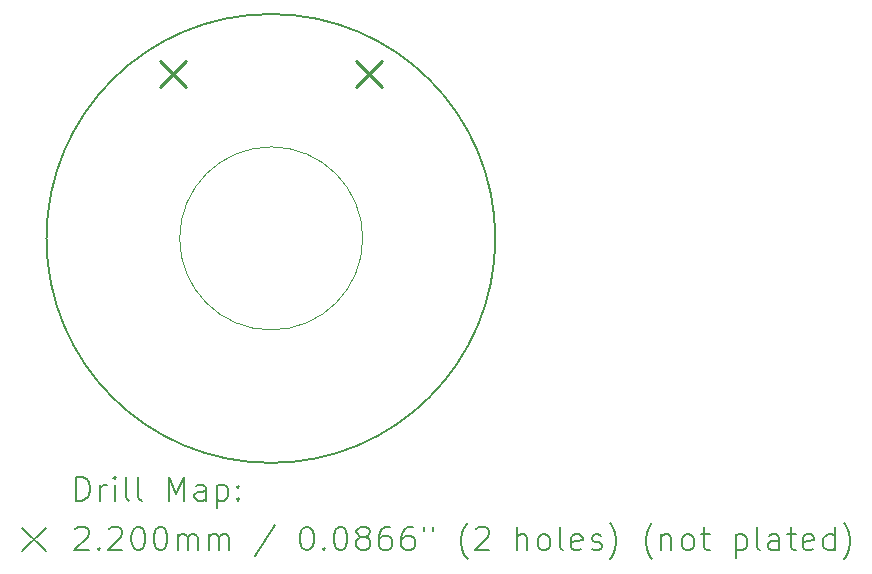
<source format=gbr>
%TF.GenerationSoftware,KiCad,Pcbnew,7.0.8-7.0.8~ubuntu22.04.1*%
%TF.CreationDate,2023-10-26T21:40:47+02:00*%
%TF.ProjectId,LightPipe_PCB,4c696768-7450-4697-9065-5f5043422e6b,v0.1.2*%
%TF.SameCoordinates,Original*%
%TF.FileFunction,Drillmap*%
%TF.FilePolarity,Positive*%
%FSLAX45Y45*%
G04 Gerber Fmt 4.5, Leading zero omitted, Abs format (unit mm)*
G04 Created by KiCad (PCBNEW 7.0.8-7.0.8~ubuntu22.04.1) date 2023-10-26 21:40:47*
%MOMM*%
%LPD*%
G01*
G04 APERTURE LIST*
%ADD10C,0.100000*%
%ADD11C,0.150000*%
%ADD12C,0.200000*%
%ADD13C,0.220000*%
G04 APERTURE END LIST*
D10*
X13475000Y-9000000D02*
G75*
G03*
X13475000Y-9000000I-775000J0D01*
G01*
D11*
X14597410Y-9000457D02*
G75*
G03*
X14597410Y-9000457I-1900000J0D01*
G01*
D12*
D13*
X11760000Y-7500000D02*
X11980000Y-7720000D01*
X11980000Y-7500000D02*
X11760000Y-7720000D01*
X13420000Y-7500000D02*
X13640000Y-7720000D01*
X13640000Y-7500000D02*
X13420000Y-7720000D01*
D12*
X11050687Y-11219440D02*
X11050687Y-11019441D01*
X11050687Y-11019441D02*
X11098306Y-11019441D01*
X11098306Y-11019441D02*
X11126877Y-11028964D01*
X11126877Y-11028964D02*
X11145925Y-11048012D01*
X11145925Y-11048012D02*
X11155449Y-11067060D01*
X11155449Y-11067060D02*
X11164973Y-11105155D01*
X11164973Y-11105155D02*
X11164973Y-11133726D01*
X11164973Y-11133726D02*
X11155449Y-11171821D01*
X11155449Y-11171821D02*
X11145925Y-11190869D01*
X11145925Y-11190869D02*
X11126877Y-11209917D01*
X11126877Y-11209917D02*
X11098306Y-11219440D01*
X11098306Y-11219440D02*
X11050687Y-11219440D01*
X11250687Y-11219440D02*
X11250687Y-11086107D01*
X11250687Y-11124202D02*
X11260211Y-11105155D01*
X11260211Y-11105155D02*
X11269734Y-11095631D01*
X11269734Y-11095631D02*
X11288782Y-11086107D01*
X11288782Y-11086107D02*
X11307830Y-11086107D01*
X11374496Y-11219440D02*
X11374496Y-11086107D01*
X11374496Y-11019441D02*
X11364973Y-11028964D01*
X11364973Y-11028964D02*
X11374496Y-11038488D01*
X11374496Y-11038488D02*
X11384020Y-11028964D01*
X11384020Y-11028964D02*
X11374496Y-11019441D01*
X11374496Y-11019441D02*
X11374496Y-11038488D01*
X11498306Y-11219440D02*
X11479258Y-11209917D01*
X11479258Y-11209917D02*
X11469734Y-11190869D01*
X11469734Y-11190869D02*
X11469734Y-11019441D01*
X11603068Y-11219440D02*
X11584020Y-11209917D01*
X11584020Y-11209917D02*
X11574496Y-11190869D01*
X11574496Y-11190869D02*
X11574496Y-11019441D01*
X11831639Y-11219440D02*
X11831639Y-11019441D01*
X11831639Y-11019441D02*
X11898306Y-11162298D01*
X11898306Y-11162298D02*
X11964973Y-11019441D01*
X11964973Y-11019441D02*
X11964973Y-11219440D01*
X12145925Y-11219440D02*
X12145925Y-11114679D01*
X12145925Y-11114679D02*
X12136401Y-11095631D01*
X12136401Y-11095631D02*
X12117354Y-11086107D01*
X12117354Y-11086107D02*
X12079258Y-11086107D01*
X12079258Y-11086107D02*
X12060211Y-11095631D01*
X12145925Y-11209917D02*
X12126877Y-11219440D01*
X12126877Y-11219440D02*
X12079258Y-11219440D01*
X12079258Y-11219440D02*
X12060211Y-11209917D01*
X12060211Y-11209917D02*
X12050687Y-11190869D01*
X12050687Y-11190869D02*
X12050687Y-11171821D01*
X12050687Y-11171821D02*
X12060211Y-11152774D01*
X12060211Y-11152774D02*
X12079258Y-11143250D01*
X12079258Y-11143250D02*
X12126877Y-11143250D01*
X12126877Y-11143250D02*
X12145925Y-11133726D01*
X12241163Y-11086107D02*
X12241163Y-11286107D01*
X12241163Y-11095631D02*
X12260211Y-11086107D01*
X12260211Y-11086107D02*
X12298306Y-11086107D01*
X12298306Y-11086107D02*
X12317354Y-11095631D01*
X12317354Y-11095631D02*
X12326877Y-11105155D01*
X12326877Y-11105155D02*
X12336401Y-11124202D01*
X12336401Y-11124202D02*
X12336401Y-11181345D01*
X12336401Y-11181345D02*
X12326877Y-11200393D01*
X12326877Y-11200393D02*
X12317354Y-11209917D01*
X12317354Y-11209917D02*
X12298306Y-11219440D01*
X12298306Y-11219440D02*
X12260211Y-11219440D01*
X12260211Y-11219440D02*
X12241163Y-11209917D01*
X12422115Y-11200393D02*
X12431639Y-11209917D01*
X12431639Y-11209917D02*
X12422115Y-11219440D01*
X12422115Y-11219440D02*
X12412592Y-11209917D01*
X12412592Y-11209917D02*
X12422115Y-11200393D01*
X12422115Y-11200393D02*
X12422115Y-11219440D01*
X12422115Y-11095631D02*
X12431639Y-11105155D01*
X12431639Y-11105155D02*
X12422115Y-11114679D01*
X12422115Y-11114679D02*
X12412592Y-11105155D01*
X12412592Y-11105155D02*
X12422115Y-11095631D01*
X12422115Y-11095631D02*
X12422115Y-11114679D01*
X10589910Y-11447957D02*
X10789910Y-11647957D01*
X10789910Y-11447957D02*
X10589910Y-11647957D01*
X11041163Y-11458488D02*
X11050687Y-11448964D01*
X11050687Y-11448964D02*
X11069735Y-11439440D01*
X11069735Y-11439440D02*
X11117354Y-11439440D01*
X11117354Y-11439440D02*
X11136401Y-11448964D01*
X11136401Y-11448964D02*
X11145925Y-11458488D01*
X11145925Y-11458488D02*
X11155449Y-11477536D01*
X11155449Y-11477536D02*
X11155449Y-11496583D01*
X11155449Y-11496583D02*
X11145925Y-11525155D01*
X11145925Y-11525155D02*
X11031639Y-11639440D01*
X11031639Y-11639440D02*
X11155449Y-11639440D01*
X11241163Y-11620393D02*
X11250687Y-11629917D01*
X11250687Y-11629917D02*
X11241163Y-11639440D01*
X11241163Y-11639440D02*
X11231639Y-11629917D01*
X11231639Y-11629917D02*
X11241163Y-11620393D01*
X11241163Y-11620393D02*
X11241163Y-11639440D01*
X11326877Y-11458488D02*
X11336401Y-11448964D01*
X11336401Y-11448964D02*
X11355449Y-11439440D01*
X11355449Y-11439440D02*
X11403068Y-11439440D01*
X11403068Y-11439440D02*
X11422115Y-11448964D01*
X11422115Y-11448964D02*
X11431639Y-11458488D01*
X11431639Y-11458488D02*
X11441163Y-11477536D01*
X11441163Y-11477536D02*
X11441163Y-11496583D01*
X11441163Y-11496583D02*
X11431639Y-11525155D01*
X11431639Y-11525155D02*
X11317354Y-11639440D01*
X11317354Y-11639440D02*
X11441163Y-11639440D01*
X11564973Y-11439440D02*
X11584020Y-11439440D01*
X11584020Y-11439440D02*
X11603068Y-11448964D01*
X11603068Y-11448964D02*
X11612592Y-11458488D01*
X11612592Y-11458488D02*
X11622115Y-11477536D01*
X11622115Y-11477536D02*
X11631639Y-11515631D01*
X11631639Y-11515631D02*
X11631639Y-11563250D01*
X11631639Y-11563250D02*
X11622115Y-11601345D01*
X11622115Y-11601345D02*
X11612592Y-11620393D01*
X11612592Y-11620393D02*
X11603068Y-11629917D01*
X11603068Y-11629917D02*
X11584020Y-11639440D01*
X11584020Y-11639440D02*
X11564973Y-11639440D01*
X11564973Y-11639440D02*
X11545925Y-11629917D01*
X11545925Y-11629917D02*
X11536401Y-11620393D01*
X11536401Y-11620393D02*
X11526877Y-11601345D01*
X11526877Y-11601345D02*
X11517354Y-11563250D01*
X11517354Y-11563250D02*
X11517354Y-11515631D01*
X11517354Y-11515631D02*
X11526877Y-11477536D01*
X11526877Y-11477536D02*
X11536401Y-11458488D01*
X11536401Y-11458488D02*
X11545925Y-11448964D01*
X11545925Y-11448964D02*
X11564973Y-11439440D01*
X11755449Y-11439440D02*
X11774496Y-11439440D01*
X11774496Y-11439440D02*
X11793544Y-11448964D01*
X11793544Y-11448964D02*
X11803068Y-11458488D01*
X11803068Y-11458488D02*
X11812592Y-11477536D01*
X11812592Y-11477536D02*
X11822115Y-11515631D01*
X11822115Y-11515631D02*
X11822115Y-11563250D01*
X11822115Y-11563250D02*
X11812592Y-11601345D01*
X11812592Y-11601345D02*
X11803068Y-11620393D01*
X11803068Y-11620393D02*
X11793544Y-11629917D01*
X11793544Y-11629917D02*
X11774496Y-11639440D01*
X11774496Y-11639440D02*
X11755449Y-11639440D01*
X11755449Y-11639440D02*
X11736401Y-11629917D01*
X11736401Y-11629917D02*
X11726877Y-11620393D01*
X11726877Y-11620393D02*
X11717354Y-11601345D01*
X11717354Y-11601345D02*
X11707830Y-11563250D01*
X11707830Y-11563250D02*
X11707830Y-11515631D01*
X11707830Y-11515631D02*
X11717354Y-11477536D01*
X11717354Y-11477536D02*
X11726877Y-11458488D01*
X11726877Y-11458488D02*
X11736401Y-11448964D01*
X11736401Y-11448964D02*
X11755449Y-11439440D01*
X11907830Y-11639440D02*
X11907830Y-11506107D01*
X11907830Y-11525155D02*
X11917354Y-11515631D01*
X11917354Y-11515631D02*
X11936401Y-11506107D01*
X11936401Y-11506107D02*
X11964973Y-11506107D01*
X11964973Y-11506107D02*
X11984020Y-11515631D01*
X11984020Y-11515631D02*
X11993544Y-11534679D01*
X11993544Y-11534679D02*
X11993544Y-11639440D01*
X11993544Y-11534679D02*
X12003068Y-11515631D01*
X12003068Y-11515631D02*
X12022115Y-11506107D01*
X12022115Y-11506107D02*
X12050687Y-11506107D01*
X12050687Y-11506107D02*
X12069735Y-11515631D01*
X12069735Y-11515631D02*
X12079258Y-11534679D01*
X12079258Y-11534679D02*
X12079258Y-11639440D01*
X12174496Y-11639440D02*
X12174496Y-11506107D01*
X12174496Y-11525155D02*
X12184020Y-11515631D01*
X12184020Y-11515631D02*
X12203068Y-11506107D01*
X12203068Y-11506107D02*
X12231639Y-11506107D01*
X12231639Y-11506107D02*
X12250687Y-11515631D01*
X12250687Y-11515631D02*
X12260211Y-11534679D01*
X12260211Y-11534679D02*
X12260211Y-11639440D01*
X12260211Y-11534679D02*
X12269735Y-11515631D01*
X12269735Y-11515631D02*
X12288782Y-11506107D01*
X12288782Y-11506107D02*
X12317354Y-11506107D01*
X12317354Y-11506107D02*
X12336401Y-11515631D01*
X12336401Y-11515631D02*
X12345925Y-11534679D01*
X12345925Y-11534679D02*
X12345925Y-11639440D01*
X12736401Y-11429917D02*
X12564973Y-11687059D01*
X12993544Y-11439440D02*
X13012592Y-11439440D01*
X13012592Y-11439440D02*
X13031639Y-11448964D01*
X13031639Y-11448964D02*
X13041163Y-11458488D01*
X13041163Y-11458488D02*
X13050687Y-11477536D01*
X13050687Y-11477536D02*
X13060211Y-11515631D01*
X13060211Y-11515631D02*
X13060211Y-11563250D01*
X13060211Y-11563250D02*
X13050687Y-11601345D01*
X13050687Y-11601345D02*
X13041163Y-11620393D01*
X13041163Y-11620393D02*
X13031639Y-11629917D01*
X13031639Y-11629917D02*
X13012592Y-11639440D01*
X13012592Y-11639440D02*
X12993544Y-11639440D01*
X12993544Y-11639440D02*
X12974497Y-11629917D01*
X12974497Y-11629917D02*
X12964973Y-11620393D01*
X12964973Y-11620393D02*
X12955449Y-11601345D01*
X12955449Y-11601345D02*
X12945925Y-11563250D01*
X12945925Y-11563250D02*
X12945925Y-11515631D01*
X12945925Y-11515631D02*
X12955449Y-11477536D01*
X12955449Y-11477536D02*
X12964973Y-11458488D01*
X12964973Y-11458488D02*
X12974497Y-11448964D01*
X12974497Y-11448964D02*
X12993544Y-11439440D01*
X13145925Y-11620393D02*
X13155449Y-11629917D01*
X13155449Y-11629917D02*
X13145925Y-11639440D01*
X13145925Y-11639440D02*
X13136401Y-11629917D01*
X13136401Y-11629917D02*
X13145925Y-11620393D01*
X13145925Y-11620393D02*
X13145925Y-11639440D01*
X13279258Y-11439440D02*
X13298306Y-11439440D01*
X13298306Y-11439440D02*
X13317354Y-11448964D01*
X13317354Y-11448964D02*
X13326878Y-11458488D01*
X13326878Y-11458488D02*
X13336401Y-11477536D01*
X13336401Y-11477536D02*
X13345925Y-11515631D01*
X13345925Y-11515631D02*
X13345925Y-11563250D01*
X13345925Y-11563250D02*
X13336401Y-11601345D01*
X13336401Y-11601345D02*
X13326878Y-11620393D01*
X13326878Y-11620393D02*
X13317354Y-11629917D01*
X13317354Y-11629917D02*
X13298306Y-11639440D01*
X13298306Y-11639440D02*
X13279258Y-11639440D01*
X13279258Y-11639440D02*
X13260211Y-11629917D01*
X13260211Y-11629917D02*
X13250687Y-11620393D01*
X13250687Y-11620393D02*
X13241163Y-11601345D01*
X13241163Y-11601345D02*
X13231639Y-11563250D01*
X13231639Y-11563250D02*
X13231639Y-11515631D01*
X13231639Y-11515631D02*
X13241163Y-11477536D01*
X13241163Y-11477536D02*
X13250687Y-11458488D01*
X13250687Y-11458488D02*
X13260211Y-11448964D01*
X13260211Y-11448964D02*
X13279258Y-11439440D01*
X13460211Y-11525155D02*
X13441163Y-11515631D01*
X13441163Y-11515631D02*
X13431639Y-11506107D01*
X13431639Y-11506107D02*
X13422116Y-11487059D01*
X13422116Y-11487059D02*
X13422116Y-11477536D01*
X13422116Y-11477536D02*
X13431639Y-11458488D01*
X13431639Y-11458488D02*
X13441163Y-11448964D01*
X13441163Y-11448964D02*
X13460211Y-11439440D01*
X13460211Y-11439440D02*
X13498306Y-11439440D01*
X13498306Y-11439440D02*
X13517354Y-11448964D01*
X13517354Y-11448964D02*
X13526878Y-11458488D01*
X13526878Y-11458488D02*
X13536401Y-11477536D01*
X13536401Y-11477536D02*
X13536401Y-11487059D01*
X13536401Y-11487059D02*
X13526878Y-11506107D01*
X13526878Y-11506107D02*
X13517354Y-11515631D01*
X13517354Y-11515631D02*
X13498306Y-11525155D01*
X13498306Y-11525155D02*
X13460211Y-11525155D01*
X13460211Y-11525155D02*
X13441163Y-11534679D01*
X13441163Y-11534679D02*
X13431639Y-11544202D01*
X13431639Y-11544202D02*
X13422116Y-11563250D01*
X13422116Y-11563250D02*
X13422116Y-11601345D01*
X13422116Y-11601345D02*
X13431639Y-11620393D01*
X13431639Y-11620393D02*
X13441163Y-11629917D01*
X13441163Y-11629917D02*
X13460211Y-11639440D01*
X13460211Y-11639440D02*
X13498306Y-11639440D01*
X13498306Y-11639440D02*
X13517354Y-11629917D01*
X13517354Y-11629917D02*
X13526878Y-11620393D01*
X13526878Y-11620393D02*
X13536401Y-11601345D01*
X13536401Y-11601345D02*
X13536401Y-11563250D01*
X13536401Y-11563250D02*
X13526878Y-11544202D01*
X13526878Y-11544202D02*
X13517354Y-11534679D01*
X13517354Y-11534679D02*
X13498306Y-11525155D01*
X13707830Y-11439440D02*
X13669735Y-11439440D01*
X13669735Y-11439440D02*
X13650687Y-11448964D01*
X13650687Y-11448964D02*
X13641163Y-11458488D01*
X13641163Y-11458488D02*
X13622116Y-11487059D01*
X13622116Y-11487059D02*
X13612592Y-11525155D01*
X13612592Y-11525155D02*
X13612592Y-11601345D01*
X13612592Y-11601345D02*
X13622116Y-11620393D01*
X13622116Y-11620393D02*
X13631639Y-11629917D01*
X13631639Y-11629917D02*
X13650687Y-11639440D01*
X13650687Y-11639440D02*
X13688782Y-11639440D01*
X13688782Y-11639440D02*
X13707830Y-11629917D01*
X13707830Y-11629917D02*
X13717354Y-11620393D01*
X13717354Y-11620393D02*
X13726878Y-11601345D01*
X13726878Y-11601345D02*
X13726878Y-11553726D01*
X13726878Y-11553726D02*
X13717354Y-11534679D01*
X13717354Y-11534679D02*
X13707830Y-11525155D01*
X13707830Y-11525155D02*
X13688782Y-11515631D01*
X13688782Y-11515631D02*
X13650687Y-11515631D01*
X13650687Y-11515631D02*
X13631639Y-11525155D01*
X13631639Y-11525155D02*
X13622116Y-11534679D01*
X13622116Y-11534679D02*
X13612592Y-11553726D01*
X13898306Y-11439440D02*
X13860211Y-11439440D01*
X13860211Y-11439440D02*
X13841163Y-11448964D01*
X13841163Y-11448964D02*
X13831639Y-11458488D01*
X13831639Y-11458488D02*
X13812592Y-11487059D01*
X13812592Y-11487059D02*
X13803068Y-11525155D01*
X13803068Y-11525155D02*
X13803068Y-11601345D01*
X13803068Y-11601345D02*
X13812592Y-11620393D01*
X13812592Y-11620393D02*
X13822116Y-11629917D01*
X13822116Y-11629917D02*
X13841163Y-11639440D01*
X13841163Y-11639440D02*
X13879259Y-11639440D01*
X13879259Y-11639440D02*
X13898306Y-11629917D01*
X13898306Y-11629917D02*
X13907830Y-11620393D01*
X13907830Y-11620393D02*
X13917354Y-11601345D01*
X13917354Y-11601345D02*
X13917354Y-11553726D01*
X13917354Y-11553726D02*
X13907830Y-11534679D01*
X13907830Y-11534679D02*
X13898306Y-11525155D01*
X13898306Y-11525155D02*
X13879259Y-11515631D01*
X13879259Y-11515631D02*
X13841163Y-11515631D01*
X13841163Y-11515631D02*
X13822116Y-11525155D01*
X13822116Y-11525155D02*
X13812592Y-11534679D01*
X13812592Y-11534679D02*
X13803068Y-11553726D01*
X13993544Y-11439440D02*
X13993544Y-11477536D01*
X14069735Y-11439440D02*
X14069735Y-11477536D01*
X14364973Y-11715631D02*
X14355449Y-11706107D01*
X14355449Y-11706107D02*
X14336401Y-11677536D01*
X14336401Y-11677536D02*
X14326878Y-11658488D01*
X14326878Y-11658488D02*
X14317354Y-11629917D01*
X14317354Y-11629917D02*
X14307830Y-11582298D01*
X14307830Y-11582298D02*
X14307830Y-11544202D01*
X14307830Y-11544202D02*
X14317354Y-11496583D01*
X14317354Y-11496583D02*
X14326878Y-11468012D01*
X14326878Y-11468012D02*
X14336401Y-11448964D01*
X14336401Y-11448964D02*
X14355449Y-11420393D01*
X14355449Y-11420393D02*
X14364973Y-11410869D01*
X14431640Y-11458488D02*
X14441163Y-11448964D01*
X14441163Y-11448964D02*
X14460211Y-11439440D01*
X14460211Y-11439440D02*
X14507830Y-11439440D01*
X14507830Y-11439440D02*
X14526878Y-11448964D01*
X14526878Y-11448964D02*
X14536401Y-11458488D01*
X14536401Y-11458488D02*
X14545925Y-11477536D01*
X14545925Y-11477536D02*
X14545925Y-11496583D01*
X14545925Y-11496583D02*
X14536401Y-11525155D01*
X14536401Y-11525155D02*
X14422116Y-11639440D01*
X14422116Y-11639440D02*
X14545925Y-11639440D01*
X14784021Y-11639440D02*
X14784021Y-11439440D01*
X14869735Y-11639440D02*
X14869735Y-11534679D01*
X14869735Y-11534679D02*
X14860211Y-11515631D01*
X14860211Y-11515631D02*
X14841163Y-11506107D01*
X14841163Y-11506107D02*
X14812592Y-11506107D01*
X14812592Y-11506107D02*
X14793544Y-11515631D01*
X14793544Y-11515631D02*
X14784021Y-11525155D01*
X14993544Y-11639440D02*
X14974497Y-11629917D01*
X14974497Y-11629917D02*
X14964973Y-11620393D01*
X14964973Y-11620393D02*
X14955449Y-11601345D01*
X14955449Y-11601345D02*
X14955449Y-11544202D01*
X14955449Y-11544202D02*
X14964973Y-11525155D01*
X14964973Y-11525155D02*
X14974497Y-11515631D01*
X14974497Y-11515631D02*
X14993544Y-11506107D01*
X14993544Y-11506107D02*
X15022116Y-11506107D01*
X15022116Y-11506107D02*
X15041163Y-11515631D01*
X15041163Y-11515631D02*
X15050687Y-11525155D01*
X15050687Y-11525155D02*
X15060211Y-11544202D01*
X15060211Y-11544202D02*
X15060211Y-11601345D01*
X15060211Y-11601345D02*
X15050687Y-11620393D01*
X15050687Y-11620393D02*
X15041163Y-11629917D01*
X15041163Y-11629917D02*
X15022116Y-11639440D01*
X15022116Y-11639440D02*
X14993544Y-11639440D01*
X15174497Y-11639440D02*
X15155449Y-11629917D01*
X15155449Y-11629917D02*
X15145925Y-11610869D01*
X15145925Y-11610869D02*
X15145925Y-11439440D01*
X15326878Y-11629917D02*
X15307830Y-11639440D01*
X15307830Y-11639440D02*
X15269735Y-11639440D01*
X15269735Y-11639440D02*
X15250687Y-11629917D01*
X15250687Y-11629917D02*
X15241163Y-11610869D01*
X15241163Y-11610869D02*
X15241163Y-11534679D01*
X15241163Y-11534679D02*
X15250687Y-11515631D01*
X15250687Y-11515631D02*
X15269735Y-11506107D01*
X15269735Y-11506107D02*
X15307830Y-11506107D01*
X15307830Y-11506107D02*
X15326878Y-11515631D01*
X15326878Y-11515631D02*
X15336402Y-11534679D01*
X15336402Y-11534679D02*
X15336402Y-11553726D01*
X15336402Y-11553726D02*
X15241163Y-11572774D01*
X15412592Y-11629917D02*
X15431640Y-11639440D01*
X15431640Y-11639440D02*
X15469735Y-11639440D01*
X15469735Y-11639440D02*
X15488783Y-11629917D01*
X15488783Y-11629917D02*
X15498306Y-11610869D01*
X15498306Y-11610869D02*
X15498306Y-11601345D01*
X15498306Y-11601345D02*
X15488783Y-11582298D01*
X15488783Y-11582298D02*
X15469735Y-11572774D01*
X15469735Y-11572774D02*
X15441163Y-11572774D01*
X15441163Y-11572774D02*
X15422116Y-11563250D01*
X15422116Y-11563250D02*
X15412592Y-11544202D01*
X15412592Y-11544202D02*
X15412592Y-11534679D01*
X15412592Y-11534679D02*
X15422116Y-11515631D01*
X15422116Y-11515631D02*
X15441163Y-11506107D01*
X15441163Y-11506107D02*
X15469735Y-11506107D01*
X15469735Y-11506107D02*
X15488783Y-11515631D01*
X15564973Y-11715631D02*
X15574497Y-11706107D01*
X15574497Y-11706107D02*
X15593544Y-11677536D01*
X15593544Y-11677536D02*
X15603068Y-11658488D01*
X15603068Y-11658488D02*
X15612592Y-11629917D01*
X15612592Y-11629917D02*
X15622116Y-11582298D01*
X15622116Y-11582298D02*
X15622116Y-11544202D01*
X15622116Y-11544202D02*
X15612592Y-11496583D01*
X15612592Y-11496583D02*
X15603068Y-11468012D01*
X15603068Y-11468012D02*
X15593544Y-11448964D01*
X15593544Y-11448964D02*
X15574497Y-11420393D01*
X15574497Y-11420393D02*
X15564973Y-11410869D01*
X15926878Y-11715631D02*
X15917354Y-11706107D01*
X15917354Y-11706107D02*
X15898306Y-11677536D01*
X15898306Y-11677536D02*
X15888783Y-11658488D01*
X15888783Y-11658488D02*
X15879259Y-11629917D01*
X15879259Y-11629917D02*
X15869735Y-11582298D01*
X15869735Y-11582298D02*
X15869735Y-11544202D01*
X15869735Y-11544202D02*
X15879259Y-11496583D01*
X15879259Y-11496583D02*
X15888783Y-11468012D01*
X15888783Y-11468012D02*
X15898306Y-11448964D01*
X15898306Y-11448964D02*
X15917354Y-11420393D01*
X15917354Y-11420393D02*
X15926878Y-11410869D01*
X16003068Y-11506107D02*
X16003068Y-11639440D01*
X16003068Y-11525155D02*
X16012592Y-11515631D01*
X16012592Y-11515631D02*
X16031640Y-11506107D01*
X16031640Y-11506107D02*
X16060211Y-11506107D01*
X16060211Y-11506107D02*
X16079259Y-11515631D01*
X16079259Y-11515631D02*
X16088783Y-11534679D01*
X16088783Y-11534679D02*
X16088783Y-11639440D01*
X16212592Y-11639440D02*
X16193544Y-11629917D01*
X16193544Y-11629917D02*
X16184021Y-11620393D01*
X16184021Y-11620393D02*
X16174497Y-11601345D01*
X16174497Y-11601345D02*
X16174497Y-11544202D01*
X16174497Y-11544202D02*
X16184021Y-11525155D01*
X16184021Y-11525155D02*
X16193544Y-11515631D01*
X16193544Y-11515631D02*
X16212592Y-11506107D01*
X16212592Y-11506107D02*
X16241164Y-11506107D01*
X16241164Y-11506107D02*
X16260211Y-11515631D01*
X16260211Y-11515631D02*
X16269735Y-11525155D01*
X16269735Y-11525155D02*
X16279259Y-11544202D01*
X16279259Y-11544202D02*
X16279259Y-11601345D01*
X16279259Y-11601345D02*
X16269735Y-11620393D01*
X16269735Y-11620393D02*
X16260211Y-11629917D01*
X16260211Y-11629917D02*
X16241164Y-11639440D01*
X16241164Y-11639440D02*
X16212592Y-11639440D01*
X16336402Y-11506107D02*
X16412592Y-11506107D01*
X16364973Y-11439440D02*
X16364973Y-11610869D01*
X16364973Y-11610869D02*
X16374497Y-11629917D01*
X16374497Y-11629917D02*
X16393544Y-11639440D01*
X16393544Y-11639440D02*
X16412592Y-11639440D01*
X16631640Y-11506107D02*
X16631640Y-11706107D01*
X16631640Y-11515631D02*
X16650687Y-11506107D01*
X16650687Y-11506107D02*
X16688783Y-11506107D01*
X16688783Y-11506107D02*
X16707830Y-11515631D01*
X16707830Y-11515631D02*
X16717354Y-11525155D01*
X16717354Y-11525155D02*
X16726878Y-11544202D01*
X16726878Y-11544202D02*
X16726878Y-11601345D01*
X16726878Y-11601345D02*
X16717354Y-11620393D01*
X16717354Y-11620393D02*
X16707830Y-11629917D01*
X16707830Y-11629917D02*
X16688783Y-11639440D01*
X16688783Y-11639440D02*
X16650687Y-11639440D01*
X16650687Y-11639440D02*
X16631640Y-11629917D01*
X16841164Y-11639440D02*
X16822116Y-11629917D01*
X16822116Y-11629917D02*
X16812592Y-11610869D01*
X16812592Y-11610869D02*
X16812592Y-11439440D01*
X17003068Y-11639440D02*
X17003068Y-11534679D01*
X17003068Y-11534679D02*
X16993545Y-11515631D01*
X16993545Y-11515631D02*
X16974497Y-11506107D01*
X16974497Y-11506107D02*
X16936402Y-11506107D01*
X16936402Y-11506107D02*
X16917354Y-11515631D01*
X17003068Y-11629917D02*
X16984021Y-11639440D01*
X16984021Y-11639440D02*
X16936402Y-11639440D01*
X16936402Y-11639440D02*
X16917354Y-11629917D01*
X16917354Y-11629917D02*
X16907830Y-11610869D01*
X16907830Y-11610869D02*
X16907830Y-11591821D01*
X16907830Y-11591821D02*
X16917354Y-11572774D01*
X16917354Y-11572774D02*
X16936402Y-11563250D01*
X16936402Y-11563250D02*
X16984021Y-11563250D01*
X16984021Y-11563250D02*
X17003068Y-11553726D01*
X17069735Y-11506107D02*
X17145926Y-11506107D01*
X17098307Y-11439440D02*
X17098307Y-11610869D01*
X17098307Y-11610869D02*
X17107830Y-11629917D01*
X17107830Y-11629917D02*
X17126878Y-11639440D01*
X17126878Y-11639440D02*
X17145926Y-11639440D01*
X17288783Y-11629917D02*
X17269735Y-11639440D01*
X17269735Y-11639440D02*
X17231640Y-11639440D01*
X17231640Y-11639440D02*
X17212592Y-11629917D01*
X17212592Y-11629917D02*
X17203068Y-11610869D01*
X17203068Y-11610869D02*
X17203068Y-11534679D01*
X17203068Y-11534679D02*
X17212592Y-11515631D01*
X17212592Y-11515631D02*
X17231640Y-11506107D01*
X17231640Y-11506107D02*
X17269735Y-11506107D01*
X17269735Y-11506107D02*
X17288783Y-11515631D01*
X17288783Y-11515631D02*
X17298307Y-11534679D01*
X17298307Y-11534679D02*
X17298307Y-11553726D01*
X17298307Y-11553726D02*
X17203068Y-11572774D01*
X17469735Y-11639440D02*
X17469735Y-11439440D01*
X17469735Y-11629917D02*
X17450688Y-11639440D01*
X17450688Y-11639440D02*
X17412592Y-11639440D01*
X17412592Y-11639440D02*
X17393545Y-11629917D01*
X17393545Y-11629917D02*
X17384021Y-11620393D01*
X17384021Y-11620393D02*
X17374497Y-11601345D01*
X17374497Y-11601345D02*
X17374497Y-11544202D01*
X17374497Y-11544202D02*
X17384021Y-11525155D01*
X17384021Y-11525155D02*
X17393545Y-11515631D01*
X17393545Y-11515631D02*
X17412592Y-11506107D01*
X17412592Y-11506107D02*
X17450688Y-11506107D01*
X17450688Y-11506107D02*
X17469735Y-11515631D01*
X17545926Y-11715631D02*
X17555449Y-11706107D01*
X17555449Y-11706107D02*
X17574497Y-11677536D01*
X17574497Y-11677536D02*
X17584021Y-11658488D01*
X17584021Y-11658488D02*
X17593545Y-11629917D01*
X17593545Y-11629917D02*
X17603068Y-11582298D01*
X17603068Y-11582298D02*
X17603068Y-11544202D01*
X17603068Y-11544202D02*
X17593545Y-11496583D01*
X17593545Y-11496583D02*
X17584021Y-11468012D01*
X17584021Y-11468012D02*
X17574497Y-11448964D01*
X17574497Y-11448964D02*
X17555449Y-11420393D01*
X17555449Y-11420393D02*
X17545926Y-11410869D01*
M02*

</source>
